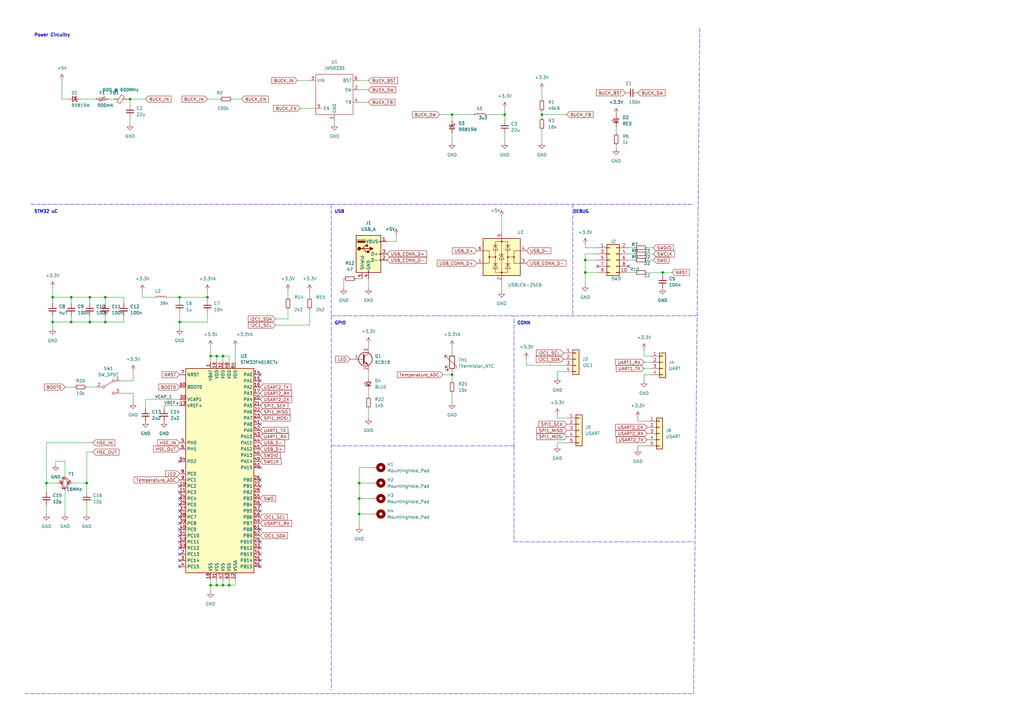
<source format=kicad_sch>
(kicad_sch (version 20211123) (generator eeschema)
  (paper "A3")
  (junction (at 35.56 198.12))
  (junction (at 91.44 146.05))
  (junction (at 21.59 121.92))
  (junction (at 86.36 146.05))
  (junction (at 185.42 46.99))
  (junction (at 73.66 121.92))
  (junction (at 73.66 132.08))
  (junction (at 271.78 111.76))
  (junction (at 240.03 111.76))
  (junction (at 185.42 153.67))
  (junction (at 91.44 240.03))
  (junction (at 88.9 240.03))
  (junction (at 88.9 146.05))
  (junction (at 147.32 210.82))
  (junction (at 222.25 46.99))
  (junction (at 36.83 121.92))
  (junction (at 21.59 132.08))
  (junction (at 43.18 132.08))
  (junction (at 43.18 121.92))
  (junction (at 36.83 132.08))
  (junction (at 53.34 40.64))
  (junction (at 240.03 106.68))
  (junction (at 147.32 198.12))
  (junction (at 86.36 240.03))
  (junction (at 147.32 204.47))
  (junction (at 85.09 121.92))
  (junction (at 93.98 240.03))
  (junction (at 29.21 132.08))
  (junction (at 19.05 198.12))
  (junction (at 207.01 46.99))
  (junction (at 29.21 121.92))
  (no_connect (at 106.68 217.17))
  (no_connect (at 73.66 207.01))
  (no_connect (at 73.66 224.79))
  (no_connect (at 73.66 204.47))
  (no_connect (at 73.66 222.25))
  (no_connect (at 73.66 214.63))
  (no_connect (at 73.66 227.33))
  (no_connect (at 106.68 199.39))
  (no_connect (at 73.66 199.39))
  (no_connect (at 73.66 189.23))
  (no_connect (at 73.66 201.93))
  (no_connect (at 73.66 229.87))
  (no_connect (at 73.66 212.09))
  (no_connect (at 106.68 222.25))
  (no_connect (at 106.68 224.79))
  (no_connect (at 106.68 227.33))
  (no_connect (at 106.68 229.87))
  (no_connect (at 106.68 232.41))
  (no_connect (at 106.68 173.99))
  (no_connect (at 106.68 191.77))
  (no_connect (at 245.11 109.22))
  (no_connect (at 73.66 232.41))
  (no_connect (at 106.68 209.55))
  (no_connect (at 257.81 109.22))
  (no_connect (at 73.66 217.17))
  (no_connect (at 73.66 209.55))
  (no_connect (at 106.68 196.85))
  (no_connect (at 106.68 207.01))
  (no_connect (at 106.68 153.67))
  (no_connect (at 106.68 156.21))
  (no_connect (at 73.66 219.71))
  (wire (pts (xy 36.83 121.92) (xy 29.21 121.92)))
  (wire (pts (xy 265.43 111.76) (xy 271.78 111.76)))
  (wire (pts (xy 44.45 40.64) (xy 46.99 40.64)))
  (wire (pts (xy 35.56 198.12) (xy 35.56 201.93)))
  (wire (pts (xy 91.44 237.49) (xy 91.44 240.03)))
  (wire (pts (xy 19.05 181.61) (xy 19.05 198.12)))
  (wire (pts (xy 185.42 46.99) (xy 180.34 46.99)))
  (wire (pts (xy 96.52 237.49) (xy 96.52 240.03)))
  (wire (pts (xy 147.32 215.9) (xy 147.32 210.82)))
  (wire (pts (xy 29.21 121.92) (xy 29.21 124.46)))
  (wire (pts (xy 240.03 101.6) (xy 240.03 100.33)))
  (wire (pts (xy 85.09 128.27) (xy 85.09 132.08)))
  (wire (pts (xy 151.13 140.97) (xy 151.13 142.24)))
  (polyline (pts (xy 135.89 129.54) (xy 285.75 129.54)))
  (wire (pts (xy 73.66 121.92) (xy 85.09 121.92)))
  (wire (pts (xy 185.42 54.61) (xy 185.42 58.42)))
  (wire (pts (xy 21.59 132.08) (xy 21.59 134.62)))
  (wire (pts (xy 228.6 152.4) (xy 228.6 154.94)))
  (wire (pts (xy 21.59 118.11) (xy 21.59 121.92)))
  (wire (pts (xy 147.32 204.47) (xy 152.4 204.47)))
  (wire (pts (xy 261.62 172.72) (xy 265.43 172.72)))
  (wire (pts (xy 215.9 149.86) (xy 215.9 147.32)))
  (wire (pts (xy 207.01 44.45) (xy 207.01 46.99)))
  (wire (pts (xy 228.6 171.45) (xy 232.41 171.45)))
  (wire (pts (xy 43.18 129.54) (xy 43.18 132.08)))
  (wire (pts (xy 264.16 146.05) (xy 264.16 143.51)))
  (wire (pts (xy 240.03 111.76) (xy 240.03 116.84)))
  (wire (pts (xy 245.11 104.14) (xy 240.03 104.14)))
  (polyline (pts (xy 135.89 83.82) (xy 135.89 283.21)))
  (wire (pts (xy 53.34 40.64) (xy 53.34 43.18)))
  (wire (pts (xy 261.62 182.88) (xy 261.62 184.15)))
  (wire (pts (xy 86.36 146.05) (xy 86.36 148.59)))
  (wire (pts (xy 257.81 106.68) (xy 260.35 106.68)))
  (wire (pts (xy 252.73 59.69) (xy 252.73 60.96)))
  (wire (pts (xy 33.02 40.64) (xy 39.37 40.64)))
  (wire (pts (xy 265.43 104.14) (xy 267.97 104.14)))
  (polyline (pts (xy 12.7 83.82) (xy 135.89 83.82)))
  (wire (pts (xy 240.03 111.76) (xy 240.03 106.68)))
  (wire (pts (xy 43.18 121.92) (xy 36.83 121.92)))
  (wire (pts (xy 53.34 40.64) (xy 59.69 40.64)))
  (wire (pts (xy 127 127) (xy 127 133.35)))
  (wire (pts (xy 185.42 153.67) (xy 185.42 156.21)))
  (wire (pts (xy 19.05 198.12) (xy 19.05 201.93)))
  (wire (pts (xy 27.94 40.64) (xy 25.4 40.64)))
  (wire (pts (xy 199.39 46.99) (xy 207.01 46.99)))
  (wire (pts (xy 93.98 237.49) (xy 93.98 240.03)))
  (wire (pts (xy 158.75 99.06) (xy 162.56 99.06)))
  (wire (pts (xy 222.25 36.83) (xy 222.25 40.64)))
  (wire (pts (xy 151.13 167.64) (xy 151.13 171.45)))
  (wire (pts (xy 21.59 129.54) (xy 21.59 132.08)))
  (wire (pts (xy 58.42 119.38) (xy 58.42 121.92)))
  (wire (pts (xy 264.16 153.67) (xy 264.16 156.21)))
  (wire (pts (xy 121.92 33.02) (xy 127 33.02)))
  (wire (pts (xy 35.56 185.42) (xy 35.56 198.12)))
  (wire (pts (xy 85.09 121.92) (xy 85.09 123.19)))
  (wire (pts (xy 264.16 148.59) (xy 266.7 148.59)))
  (wire (pts (xy 222.25 53.34) (xy 222.25 58.42)))
  (wire (pts (xy 50.8 129.54) (xy 50.8 132.08)))
  (wire (pts (xy 265.43 101.6) (xy 267.97 101.6)))
  (wire (pts (xy 91.44 146.05) (xy 93.98 146.05)))
  (wire (pts (xy 147.32 33.02) (xy 151.13 33.02)))
  (wire (pts (xy 73.66 163.83) (xy 59.69 163.83)))
  (wire (pts (xy 73.66 166.37) (xy 67.31 166.37)))
  (wire (pts (xy 127 133.35) (xy 113.03 133.35)))
  (wire (pts (xy 53.34 48.26) (xy 53.34 50.8)))
  (wire (pts (xy 222.25 45.72) (xy 222.25 46.99)))
  (wire (pts (xy 185.42 142.24) (xy 185.42 144.78)))
  (wire (pts (xy 50.8 121.92) (xy 43.18 121.92)))
  (wire (pts (xy 29.21 129.54) (xy 29.21 132.08)))
  (wire (pts (xy 19.05 207.01) (xy 19.05 210.82)))
  (wire (pts (xy 26.67 189.23) (xy 22.86 189.23)))
  (wire (pts (xy 24.13 198.12) (xy 19.05 198.12)))
  (wire (pts (xy 266.7 153.67) (xy 264.16 153.67)))
  (wire (pts (xy 271.78 111.76) (xy 271.78 113.03)))
  (wire (pts (xy 228.6 181.61) (xy 228.6 182.88)))
  (wire (pts (xy 240.03 106.68) (xy 245.11 106.68)))
  (wire (pts (xy 88.9 146.05) (xy 91.44 146.05)))
  (wire (pts (xy 151.13 152.4) (xy 151.13 154.94)))
  (wire (pts (xy 54.61 165.1) (xy 54.61 161.29)))
  (wire (pts (xy 43.18 132.08) (xy 36.83 132.08)))
  (wire (pts (xy 29.21 132.08) (xy 21.59 132.08)))
  (wire (pts (xy 245.11 101.6) (xy 240.03 101.6)))
  (wire (pts (xy 86.36 146.05) (xy 88.9 146.05)))
  (wire (pts (xy 96.52 142.24) (xy 96.52 148.59)))
  (wire (pts (xy 185.42 49.53) (xy 185.42 46.99)))
  (wire (pts (xy 147.32 41.91) (xy 151.13 41.91)))
  (wire (pts (xy 265.43 106.68) (xy 267.97 106.68)))
  (wire (pts (xy 86.36 142.24) (xy 86.36 146.05)))
  (wire (pts (xy 264.16 151.13) (xy 266.7 151.13)))
  (wire (pts (xy 215.9 149.86) (xy 231.14 149.86)))
  (wire (pts (xy 35.56 207.01) (xy 35.56 210.82)))
  (wire (pts (xy 36.83 132.08) (xy 29.21 132.08)))
  (wire (pts (xy 147.32 191.77) (xy 147.32 198.12)))
  (polyline (pts (xy 135.89 182.88) (xy 210.82 182.88)))
  (wire (pts (xy 50.8 132.08) (xy 43.18 132.08)))
  (polyline (pts (xy 210.82 182.88) (xy 210.82 129.54)))
  (wire (pts (xy 207.01 46.99) (xy 207.01 49.53)))
  (wire (pts (xy 59.69 163.83) (xy 59.69 167.64)))
  (wire (pts (xy 222.25 46.99) (xy 232.41 46.99)))
  (wire (pts (xy 68.58 121.92) (xy 73.66 121.92)))
  (wire (pts (xy 140.97 114.3) (xy 140.97 118.11)))
  (wire (pts (xy 240.03 104.14) (xy 240.03 106.68)))
  (wire (pts (xy 245.11 111.76) (xy 240.03 111.76)))
  (wire (pts (xy 205.74 115.57) (xy 205.74 119.38)))
  (wire (pts (xy 151.13 114.3) (xy 151.13 118.11)))
  (wire (pts (xy 148.59 114.3) (xy 146.05 114.3)))
  (wire (pts (xy 43.18 121.92) (xy 43.18 124.46)))
  (wire (pts (xy 185.42 161.29) (xy 185.42 165.1)))
  (wire (pts (xy 271.78 111.76) (xy 275.59 111.76)))
  (wire (pts (xy 137.16 49.53) (xy 137.16 50.8)))
  (wire (pts (xy 91.44 240.03) (xy 93.98 240.03)))
  (wire (pts (xy 73.66 132.08) (xy 85.09 132.08)))
  (wire (pts (xy 147.32 198.12) (xy 152.4 198.12)))
  (wire (pts (xy 67.31 166.37) (xy 67.31 167.64)))
  (wire (pts (xy 127 119.38) (xy 127 121.92)))
  (wire (pts (xy 252.73 52.07) (xy 252.73 54.61)))
  (wire (pts (xy 38.1 185.42) (xy 35.56 185.42)))
  (wire (pts (xy 185.42 152.4) (xy 185.42 153.67)))
  (wire (pts (xy 73.66 128.27) (xy 73.66 132.08)))
  (wire (pts (xy 93.98 240.03) (xy 96.52 240.03)))
  (wire (pts (xy 231.14 152.4) (xy 228.6 152.4)))
  (polyline (pts (xy 135.89 83.82) (xy 284.48 83.82)))
  (wire (pts (xy 54.61 156.21) (xy 54.61 152.4)))
  (wire (pts (xy 113.03 130.81) (xy 118.11 130.81)))
  (wire (pts (xy 118.11 130.81) (xy 118.11 127)))
  (wire (pts (xy 73.66 121.92) (xy 73.66 123.19)))
  (wire (pts (xy 257.81 104.14) (xy 260.35 104.14)))
  (wire (pts (xy 86.36 237.49) (xy 86.36 240.03)))
  (wire (pts (xy 88.9 146.05) (xy 88.9 148.59)))
  (wire (pts (xy 93.98 146.05) (xy 93.98 148.59)))
  (wire (pts (xy 85.09 119.38) (xy 85.09 121.92)))
  (wire (pts (xy 147.32 204.47) (xy 147.32 210.82)))
  (polyline (pts (xy 287.02 11.43) (xy 284.48 284.48)))
  (wire (pts (xy 58.42 121.92) (xy 63.5 121.92)))
  (wire (pts (xy 49.53 156.21) (xy 54.61 156.21)))
  (wire (pts (xy 257.81 111.76) (xy 260.35 111.76)))
  (wire (pts (xy 118.11 119.38) (xy 118.11 121.92)))
  (wire (pts (xy 261.62 171.45) (xy 261.62 172.72)))
  (wire (pts (xy 266.7 146.05) (xy 264.16 146.05)))
  (wire (pts (xy 147.32 36.83) (xy 151.13 36.83)))
  (wire (pts (xy 185.42 46.99) (xy 194.31 46.99)))
  (wire (pts (xy 151.13 160.02) (xy 151.13 162.56)))
  (wire (pts (xy 147.32 210.82) (xy 152.4 210.82)))
  (wire (pts (xy 21.59 121.92) (xy 21.59 124.46)))
  (wire (pts (xy 38.1 181.61) (xy 19.05 181.61)))
  (wire (pts (xy 181.61 153.67) (xy 185.42 153.67)))
  (wire (pts (xy 147.32 198.12) (xy 147.32 204.47)))
  (wire (pts (xy 26.67 195.58) (xy 26.67 189.23)))
  (wire (pts (xy 205.74 88.9) (xy 205.74 95.25)))
  (polyline (pts (xy 234.95 83.82) (xy 234.95 129.54)))
  (wire (pts (xy 35.56 158.75) (xy 39.37 158.75)))
  (wire (pts (xy 36.83 121.92) (xy 36.83 124.46)))
  (wire (pts (xy 36.83 129.54) (xy 36.83 132.08)))
  (wire (pts (xy 162.56 99.06) (xy 162.56 96.52)))
  (polyline (pts (xy 10.16 284.48) (xy 284.48 284.48)))
  (wire (pts (xy 52.07 40.64) (xy 53.34 40.64)))
  (wire (pts (xy 222.25 46.99) (xy 222.25 48.26)))
  (wire (pts (xy 29.21 198.12) (xy 35.56 198.12)))
  (wire (pts (xy 228.6 170.18) (xy 228.6 171.45)))
  (wire (pts (xy 91.44 146.05) (xy 91.44 148.59)))
  (wire (pts (xy 73.66 132.08) (xy 73.66 134.62)))
  (wire (pts (xy 265.43 182.88) (xy 261.62 182.88)))
  (wire (pts (xy 207.01 54.61) (xy 207.01 58.42)))
  (wire (pts (xy 50.8 124.46) (xy 50.8 121.92)))
  (wire (pts (xy 29.21 121.92) (xy 21.59 121.92)))
  (polyline (pts (xy 210.82 222.25) (xy 284.48 222.25)))
  (wire (pts (xy 232.41 181.61) (xy 228.6 181.61)))
  (wire (pts (xy 26.67 158.75) (xy 30.48 158.75)))
  (wire (pts (xy 22.86 189.23) (xy 22.86 190.5)))
  (wire (pts (xy 54.61 161.29) (xy 49.53 161.29)))
  (wire (pts (xy 88.9 237.49) (xy 88.9 240.03)))
  (wire (pts (xy 88.9 240.03) (xy 86.36 240.03)))
  (wire (pts (xy 257.81 101.6) (xy 260.35 101.6)))
  (wire (pts (xy 99.06 40.64) (xy 95.25 40.64)))
  (wire (pts (xy 123.19 44.45) (xy 129.54 44.45)))
  (polyline (pts (xy 210.82 182.88) (xy 210.82 222.25)))
  (wire (pts (xy 26.67 200.66) (xy 26.67 210.82)))
  (wire (pts (xy 85.09 40.64) (xy 90.17 40.64)))
  (wire (pts (xy 88.9 240.03) (xy 91.44 240.03)))
  (wire (pts (xy 86.36 240.03) (xy 86.36 242.57)))
  (wire (pts (xy 152.4 191.77) (xy 147.32 191.77)))
  (wire (pts (xy 25.4 40.64) (xy 25.4 33.02)))
  (text "GPIO\n" (at 137.16 133.35 0) (effects (font (size 1.27 1.27) bold) (justify left bottom)))
  (text "STM32 uC" (at 13.97 87.63 0) (effects (font (size 1.27 1.27) (thickness 0.254) bold) (justify left bottom)))
  (text "Power Circuitry\n" (at 13.97 15.24 0) (effects (font (size 1.27 1.27) bold) (justify left bottom)))
  (text "USB\n" (at 137.16 87.63 0) (effects (font (size 1.27 1.27) bold) (justify left bottom)))
  (text "DEBUG\n" (at 234.95 87.63 0) (effects (font (size 1.27 1.27) bold) (justify left bottom)))
  (text "CONN\n" (at 212.09 133.35 0) (effects (font (size 1.27 1.27) bold) (justify left bottom)))
  (label "VCAP_1" (at 63.5 163.83 0))
  (label "VREF+" (at 67.31 166.37 0))
  (global_label "BUCK_EN" (shape input) (at 123.19 44.45 180) (property "Intersheet References" "${INTERSHEET_REFS}" (effects hide)))
  (global_label "NRST" (shape input) (at 275.59 111.76 0) (property "Intersheet References" "${INTERSHEET_REFS}" (effects hide)))
  (global_label "BUCK_FB" (shape input) (at 151.13 41.91 0) (property "Intersheet References" "${INTERSHEET_REFS}" (effects hide)))
  (global_label "NRST" (shape input) (at 73.66 153.67 180) (property "Intersheet References" "${INTERSHEET_REFS}" (effects hide)))
  (global_label "USB_D-" (shape input) (at 106.68 181.61 0) (property "Intersheet References" "${INTERSHEET_REFS}" (effects hide)))
  (global_label "UART1_RX" (shape input) (at 264.16 148.59 180) (property "Intersheet References" "${INTERSHEET_REFS}" (effects hide)))
  (global_label "USB_CONN_D+" (shape input) (at 195.58 107.95 180) (property "Intersheet References" "${INTERSHEET_REFS}" (effects hide)))
  (global_label "SWCLK" (shape input) (at 267.97 104.14 0) (property "Intersheet References" "${INTERSHEET_REFS}" (effects hide)))
  (global_label "BUCK_FB" (shape input) (at 232.41 46.99 0) (property "Intersheet References" "${INTERSHEET_REFS}" (effects hide)))
  (global_label "SPI1_SCK" (shape input) (at 106.68 166.37 0) (property "Intersheet References" "${INTERSHEET_REFS}" (effects hide)))
  (global_label "USB_D+" (shape input) (at 195.58 102.87 180) (property "Intersheet References" "${INTERSHEET_REFS}" (effects hide)))
  (global_label "Temperature_ADC" (shape input) (at 181.61 153.67 180) (property "Intersheet References" "${INTERSHEET_REFS}" (effects hide)))
  (global_label "I2C1_SCL" (shape input) (at 231.14 144.78 180) (property "Intersheet References" "${INTERSHEET_REFS}" (effects hide)))
  (global_label "USART1_RX" (shape input) (at 106.68 214.63 0) (property "Intersheet References" "${INTERSHEET_REFS}" (effects hide)))
  (global_label "USB_CONN_D+" (shape input) (at 158.75 104.14 0) (property "Intersheet References" "${INTERSHEET_REFS}" (effects hide)))
  (global_label "BOOT0" (shape input) (at 73.66 158.75 180) (property "Intersheet References" "${INTERSHEET_REFS}" (effects hide)))
  (global_label "LED" (shape input) (at 73.66 194.31 180) (property "Intersheet References" "${INTERSHEET_REFS}" (effects hide)))
  (global_label "USART2_RX" (shape input) (at 106.68 161.29 0) (property "Intersheet References" "${INTERSHEET_REFS}" (effects hide)))
  (global_label "SPI1_MISO" (shape input) (at 232.41 176.53 180) (property "Intersheet References" "${INTERSHEET_REFS}" (effects hide)))
  (global_label "SWCLK" (shape input) (at 106.68 189.23 0) (property "Intersheet References" "${INTERSHEET_REFS}" (effects hide)))
  (global_label "I2C1_SCL" (shape input) (at 113.03 133.35 180) (property "Intersheet References" "${INTERSHEET_REFS}" (effects hide)))
  (global_label "SPI1_MOSI" (shape input) (at 106.68 171.45 0) (property "Intersheet References" "${INTERSHEET_REFS}" (effects hide)))
  (global_label "BOOT0" (shape input) (at 26.67 158.75 180) (property "Intersheet References" "${INTERSHEET_REFS}" (effects hide)))
  (global_label "USART2_RX" (shape input) (at 265.43 177.8 180) (property "Intersheet References" "${INTERSHEET_REFS}" (effects hide)))
  (global_label "UART1_TX" (shape input) (at 264.16 151.13 180) (property "Intersheet References" "${INTERSHEET_REFS}" (effects hide)))
  (global_label "SPI1_MOSI" (shape input) (at 232.41 179.07 180) (property "Intersheet References" "${INTERSHEET_REFS}" (effects hide)))
  (global_label "USART2_CK" (shape input) (at 265.43 175.26 180) (property "Intersheet References" "${INTERSHEET_REFS}" (effects hide)))
  (global_label "USART2_TX" (shape input) (at 265.43 180.34 180) (property "Intersheet References" "${INTERSHEET_REFS}" (effects hide)))
  (global_label "HSE_OUT" (shape input) (at 73.66 184.15 180) (property "Intersheet References" "${INTERSHEET_REFS}" (effects hide)))
  (global_label "BUCK_BST" (shape input) (at 151.13 33.02 0) (property "Intersheet References" "${INTERSHEET_REFS}" (effects hide)))
  (global_label "USART2_TX" (shape input) (at 106.68 158.75 0) (property "Intersheet References" "${INTERSHEET_REFS}" (effects hide)))
  (global_label "USB_CONN_D-" (shape input) (at 215.9 107.95 0) (property "Intersheet References" "${INTERSHEET_REFS}" (effects hide)))
  (global_label "BUCK_IN" (shape input) (at 121.92 33.02 180) (property "Intersheet References" "${INTERSHEET_REFS}" (effects hide)))
  (global_label "SWO" (shape input) (at 106.68 204.47 0) (property "Intersheet References" "${INTERSHEET_REFS}" (effects hide)))
  (global_label "HSE_OUT" (shape input) (at 38.1 185.42 0) (property "Intersheet References" "${INTERSHEET_REFS}" (effects hide)))
  (global_label "BUCK_BST" (shape input) (at 256.54 38.1 180) (property "Intersheet References" "${INTERSHEET_REFS}" (effects hide)))
  (global_label "SPI1_SCK" (shape input) (at 232.41 173.99 180) (property "Intersheet References" "${INTERSHEET_REFS}" (effects hide)))
  (global_label "I2C1_SDA" (shape input) (at 231.14 147.32 180) (property "Intersheet References" "${INTERSHEET_REFS}" (effects hide)))
  (global_label "USB_D-" (shape input) (at 215.9 102.87 0) (property "Intersheet References" "${INTERSHEET_REFS}" (effects hide)))
  (global_label "BUCK_SW" (shape input) (at 261.62 38.1 0) (property "Intersheet References" "${INTERSHEET_REFS}" (effects hide)))
  (global_label "BUCK_IN" (shape input) (at 59.69 40.64 0) (property "Intersheet References" "${INTERSHEET_REFS}" (effects hide)))
  (global_label "SWDIO" (shape input) (at 267.97 101.6 0) (property "Intersheet References" "${INTERSHEET_REFS}" (effects hide)))
  (global_label "I2C1_SCL" (shape input) (at 106.68 212.09 0) (property "Intersheet References" "${INTERSHEET_REFS}" (effects hide)))
  (global_label "HSE_IN" (shape input) (at 38.1 181.61 0) (property "Intersheet References" "${INTERSHEET_REFS}" (effects hide)))
  (global_label "I2C1_SDA" (shape input) (at 106.68 219.71 0) (property "Intersheet References" "${INTERSHEET_REFS}" (effects hide)))
  (global_label "SWDIO" (shape input) (at 106.68 186.69 0) (property "Intersheet References" "${INTERSHEET_REFS}" (effects hide)))
  (global_label "I2C1_SDA" (shape input) (at 113.03 130.81 180) (property "Intersheet References" "${INTERSHEET_REFS}" (effects hide)))
  (global_label "Temperature_ADC" (shape input) (at 73.66 196.85 180) (property "Intersheet References" "${INTERSHEET_REFS}" (effects hide)))
  (global_label "USART2_CK" (shape input) (at 106.68 163.83 0) (property "Intersheet References" "${INTERSHEET_REFS}" (effects hide)))
  (global_label "BUCK_SW" (shape input) (at 180.34 46.99 180) (property "Intersheet References" "${INTERSHEET_REFS}" (effects hide)))
  (global_label "UART1_RX" (shape input) (at 106.68 179.07 0) (property "Intersheet References" "${INTERSHEET_REFS}" (effects hide)))
  (global_label "USB_CONN_D-" (shape input) (at 158.75 106.68 0) (property "Intersheet References" "${INTERSHEET_REFS}" (effects hide)))
  (global_label "SPI1_MISO" (shape input) (at 106.68 168.91 0) (property "Intersheet References" "${INTERSHEET_REFS}" (effects hide)))
  (global_label "HSE_IN" (shape input) (at 73.66 181.61 180) (property "Intersheet References" "${INTERSHEET_REFS}" (effects hide)))
  (global_label "UART1_TX" (shape input) (at 106.68 176.53 0) (property "Intersheet References" "${INTERSHEET_REFS}" (effects hide)))
  (global_label "BUCK_SW" (shape input) (at 151.13 36.83 0) (property "Intersheet References" "${INTERSHEET_REFS}" (effects hide)))
  (global_label "SWO" (shape input) (at 267.97 106.68 0) (property "Intersheet References" "${INTERSHEET_REFS}" (effects hide)))
  (global_label "BUCK_EN" (shape input) (at 99.06 40.64 0) (property "Intersheet References" "${INTERSHEET_REFS}" (effects hide)))
  (global_label "LED" (shape input) (at 143.51 147.32 180) (property "Intersheet References" "${INTERSHEET_REFS}" (effects hide)))
  (global_label "BUCK_IN" (shape input) (at 85.09 40.64 180) (property "Intersheet References" "${INTERSHEET_REFS}" (effects hide)))
  (global_label "USB_D+" (shape input) (at 106.68 184.15 0) (property "Intersheet References" "${INTERSHEET_REFS}" (effects hide)))
  (symbol (lib_id "Switch:SW_SPDT") (at 44.45 158.75 0) (unit 1)
    (property "Reference" "SW1" (at 44.45 151.13 0))
    (property "Value" "SW_SPDT" (at 44.45 153.67 0))
    (property "Footprint" "Button_Switch_SMD:SW_SPDT_PCM12" (effects hide))
    (property "LCSC Part #" "C319019" (effects hide))
  )
  (symbol (lib_id "power:GND") (at 54.61 165.1 0) (unit 1)
    (property "Reference" "#PWR0139" (effects hide))
    (property "Value" "GND" (at 54.61 170.18 0))
  )
  (symbol (lib_id "power:GND") (at 147.32 215.9 0) (unit 1)
    (property "Reference" "#PWR0138" (effects hide))
    (property "Value" "GND" (at 147.32 220.98 0))
  )
  (symbol (lib_id "Device:R_Small") (at 143.51 114.3 90) (unit 1)
    (property "Reference" "R12" (at 143.51 107.95 90))
    (property "Value" "47" (at 143.51 110.49 90))
    (property "Footprint" "Resistor_SMD:R_0603_1608Metric" (effects hide))
    (property "LCSC Part #" "C23182" (effects hide))
  )
  (symbol (lib_id "power:GND") (at 228.6 154.94 0) (unit 1)
    (property "Reference" "#PWR0128" (effects hide))
    (property "Value" "GND" (at 228.6 160.02 0))
  )
  (symbol (lib_id "Device:R_Small") (at 33.02 158.75 270) (unit 1)
    (property "Reference" "R20" (at 33.02 156.21 90))
    (property "Value" "10k" (at 33.02 161.29 90))
    (property "Footprint" "Resistor_SMD:R_0402_1005Metric" (effects hide))
    (property "LCSC Part #" "C25744" (effects hide))
  )
  (symbol (lib_id "power:GND") (at 53.34 50.8 0) (unit 1)
    (property "Reference" "#PWR0150" (effects hide))
    (property "Value" "GND" (at 53.34 55.88 0))
  )
  (symbol (lib_id "Connector_Generic:Conn_02x05_Odd_Even") (at 250.19 106.68 0) (unit 1)
    (property "Reference" "J2" (at 251.46 99.06 0))
    (property "Value" "SWD" (at 252.73 114.3 0))
    (property "Footprint" "Connector_PinSocket_1.27mm:PinSocket_2x05_P1.27mm_Vertical_SMD" (effects hide))
  )
  (symbol (lib_id "power:+3.3V") (at 151.13 140.97 0) (unit 1)
    (property "Reference" "#PWR0153" (effects hide))
    (property "Value" "+3.3V" (at 151.13 135.89 0))
  )
  (symbol (lib_id "power:+3.3V") (at 207.01 44.45 0) (unit 1)
    (property "Reference" "#PWR0119" (effects hide))
    (property "Value" "+3.3V" (at 207.01 39.37 0))
  )
  (symbol (lib_id "Device:C_Small") (at 29.21 127 0) (unit 1)
    (property "Reference" "C9" (at 31.75 125.7362 0) (effects (justify left)))
    (property "Value" "100n" (at 31.75 128.2762 0) (effects (justify left)))
    (property "Footprint" "Capacitor_SMD:C_0603_1608Metric" (effects hide))
    (property "LCSC Part #" "C14663" (effects hide))
  )
  (symbol (lib_id "power:+3.3V") (at 222.25 36.83 0) (unit 1)
    (property "Reference" "#PWR0118" (effects hide))
    (property "Value" "+3.3V" (at 222.25 31.75 0))
  )
  (symbol (lib_id "power:+5V") (at 162.56 96.52 0) (unit 1)
    (property "Reference" "#PWR0158" (effects hide))
    (property "Value" "+5V" (at 160.02 93.98 0))
  )
  (symbol (lib_id "power:+3.3V") (at 252.73 46.99 0) (unit 1)
    (property "Reference" "#PWR0123" (effects hide))
    (property "Value" "+3.3V" (at 252.73 41.91 0))
  )
  (symbol (lib_id "Device:Thermistor_NTC") (at 185.42 148.59 0) (unit 1)
    (property "Reference" "TH1" (at 187.96 147.6374 0) (effects (justify left)))
    (property "Value" "Thermistor_NTC" (at 187.96 150.1774 0) (effects (justify left)))
    (property "Footprint" "Resistor_SMD:R_0603_1608Metric" (effects hide))
    (property "LCSC Part #" "C13564" (effects hide))
  )
  (symbol (lib_id "Buck_Boost_Regulators_Can_KiCad:JW5033S") (at 137.16 40.64 0) (unit 1)
    (property "Reference" "U1" (at 137.16 25.4 0))
    (property "Value" "JW5033S" (at 137.16 27.94 0))
    (property "Footprint" "Package_TO_SOT_SMD:SOT-23-6" (effects hide))
  )
  (symbol (lib_id "power:GND") (at 185.42 58.42 0) (unit 1)
    (property "Reference" "#PWR0159" (effects hide))
    (property "Value" "GND" (at 185.42 63.5 0))
  )
  (symbol (lib_id "power:+3.3V") (at 21.59 118.11 0) (unit 1)
    (property "Reference" "#PWR0145" (effects hide))
    (property "Value" "+3.3V" (at 21.59 113.03 0))
  )
  (symbol (lib_id "power:+5V") (at 25.4 33.02 0) (unit 1)
    (property "Reference" "#PWR0149" (effects hide))
    (property "Value" "+5V" (at 25.4 27.94 0))
  )
  (symbol (lib_id "power:GND") (at 21.59 134.62 0) (unit 1)
    (property "Reference" "#PWR0142" (effects hide))
    (property "Value" "GND" (at 21.59 139.7 0))
  )
  (symbol (lib_id "power:GND") (at 22.86 190.5 0) (unit 1)
    (property "Reference" "#PWR0137" (effects hide))
    (property "Value" "GND" (at 22.86 195.58 0))
  )
  (symbol (lib_id "power:GND") (at 86.36 242.57 0) (unit 1)
    (property "Reference" "#PWR0135" (effects hide))
    (property "Value" "GND" (at 86.36 247.65 0))
  )
  (symbol (lib_id "Device:L_Small") (at 66.04 121.92 90) (unit 1)
    (property "Reference" "L2" (at 64.77 119.38 90))
    (property "Value" "39n" (at 67.31 124.46 90))
    (property "Footprint" "Inductor_SMD:L_0402_1005Metric" (effects hide))
    (property "LCSC Part #" "C26443" (effects hide))
  )
  (symbol (lib_id "Connector:USB_A") (at 151.13 104.14 0) (unit 1)
    (property "Reference" "J1" (at 151.13 91.44 0))
    (property "Value" "USB_A" (at 151.13 93.98 0))
    (property "Footprint" "Connector_USB:USB_A_CNCTech_1001-011-01101_Horizontal" (effects hide))
    (property "Datasheet" " ~" (effects hide))
    (property "LCSC Part #" "C319178 " (effects hide))
  )
  (symbol (lib_id "Mechanical:MountingHole_Pad") (at 154.94 210.82 270) (unit 1)
    (property "Reference" "H4" (at 158.75 209.5499 90) (effects (justify left)))
    (property "Value" "MountingHole_Pad" (at 158.75 212.0899 90) (effects (justify left)))
    (property "Footprint" "MountingHole:MountingHole_4.3mm_M4_Pad_Via" (effects hide))
  )
  (symbol (lib_id "Connector_Generic:Conn_01x05") (at 237.49 176.53 0) (unit 1)
    (property "Reference" "J5" (at 240.03 175.2599 0) (effects (justify left)))
    (property "Value" "USART" (at 240.03 177.7999 0) (effects (justify left)))
    (property "Footprint" "Connector_PinHeader_2.54mm:PinHeader_1x05_P2.54mm_Vertical" (effects hide))
  )
  (symbol (lib_id "Device:R_Small") (at 118.11 124.46 0) (unit 1)
    (property "Reference" "R14" (at 120.65 121.92 0) (effects (justify left)))
    (property "Value" "2k2" (at 120.65 127 0) (effects (justify left)))
    (property "Footprint" "Resistor_SMD:R_0603_1608Metric" (effects hide))
    (property "LCSC Part #" "C4190" (effects hide))
  )
  (symbol (lib_id "power:GND") (at 185.42 165.1 0) (unit 1)
    (property "Reference" "#PWR0155" (effects hide))
    (property "Value" "GND" (at 185.42 170.18 0))
  )
  (symbol (lib_id "power:GND") (at 19.05 210.82 0) (unit 1)
    (property "Reference" "#PWR0134" (effects hide))
    (property "Value" "GND" (at 19.05 215.9 0))
  )
  (symbol (lib_id "Device:C_Small") (at 259.08 38.1 270) (unit 1)
    (property "Reference" "C1" (at 257.81 34.29 90))
    (property "Value" "100n" (at 260.35 41.91 90))
    (property "Footprint" "Capacitor_SMD:C_0402_1005Metric" (effects hide))
    (property "LCSC Part #" "C15195" (effects hide))
  )
  (symbol (lib_id "power:GND") (at 228.6 182.88 0) (unit 1)
    (property "Reference" "#PWR02" (effects hide))
    (property "Value" "GND" (at 228.6 187.96 0))
  )
  (symbol (lib_id "Device:R_Small") (at 92.71 40.64 270) (unit 1)
    (property "Reference" "R2" (at 91.4399 38.1 90) (effects (justify right)))
    (property "Value" "100k" (at 93.98 44.45 90) (effects (justify right)))
    (property "Footprint" "Resistor_SMD:R_0603_1608Metric" (effects hide))
    (property "LCSC Part #" "C25803" (effects hide))
  )
  (symbol (lib_id "power:GND") (at 207.01 58.42 0) (unit 1)
    (property "Reference" "#PWR0120" (effects hide))
    (property "Value" "GND" (at 207.01 63.5 0))
  )
  (symbol (lib_id "power:+3.3V") (at 261.62 171.45 0) (unit 1)
    (property "Reference" "#PWR0129" (effects hide))
    (property "Value" "+3.3V" (at 261.62 166.37 0))
  )
  (symbol (lib_id "power:+3.3V") (at 240.03 100.33 0) (unit 1)
    (property "Reference" "#PWR0124" (effects hide))
    (property "Value" "+3.3V" (at 240.03 95.25 0))
  )
  (symbol (lib_id "power:GND") (at 271.78 118.11 0) (unit 1)
    (property "Reference" "#PWR0111" (effects hide))
    (property "Value" "GND" (at 271.78 123.19 0))
  )
  (symbol (lib_id "Device:C_Small") (at 207.01 52.07 180) (unit 1)
    (property "Reference" "C3" (at 209.55 50.7935 0) (effects (justify right)))
    (property "Value" "22u" (at 209.55 53.3335 0) (effects (justify right)))
    (property "Footprint" "Capacitor_SMD:C_1206_3216Metric" (effects hide))
    (property "LCSC Part #" "C12891" (effects hide))
  )
  (symbol (lib_id "power:GND") (at 35.56 210.82 0) (unit 1)
    (property "Reference" "#PWR0132" (effects hide))
    (property "Value" "GND" (at 35.56 215.9 0))
  )
  (symbol (lib_id "MCU_ST_STM32F4:STM32F401RCTx") (at 91.44 191.77 0) (unit 1)
    (property "Reference" "U3" (at 98.5394 146.05 0) (effects (justify left)))
    (property "Value" "STM32F401RCTx" (at 98.5394 148.59 0) (effects (justify left)))
    (property "Footprint" "Package_QFP:LQFP-64_10x10mm_P0.5mm" (effects hide))
    (property "Datasheet" "http://www.st.com/st-web-ui/static/active/en/resource/technical/document/datasheet/DM00086815.pdf" (effects hide))
    (property "LCSC Part #" "C74524" (effects hide))
  )
  (symbol (lib_id "power:+3.3V") (at 118.11 119.38 0) (unit 1)
    (property "Reference" "#PWR0162" (effects hide))
    (property "Value" "+3.3V" (at 118.11 114.3 0))
  )
  (symbol (lib_id "power:+3.3V") (at 228.6 170.18 0) (unit 1)
    (property "Reference" "#PWR01" (effects hide))
    (property "Value" "+3.3V" (at 228.6 165.1 0))
  )
  (symbol (lib_id "power:GND") (at 151.13 171.45 0) (unit 1)
    (property "Reference" "#PWR0154" (effects hide))
    (property "Value" "GND" (at 151.13 176.53 0))
  )
  (symbol (lib_id "Device:FerriteBead_Small") (at 49.53 40.64 90) (unit 1)
    (property "Reference" "FB1" (at 46.99 38.1 90))
    (property "Value" "600 @ 600MHz" (at 49.4919 36.83 90))
    (property "Footprint" "Inductor_SMD:L_0805_2012Metric" (effects hide))
    (property "LCSC Part #" "C1017" (effects hide))
  )
  (symbol (lib_id "power:+3.3VA") (at 185.42 142.24 0) (unit 1)
    (property "Reference" "#PWR0156" (effects hide))
    (property "Value" "+3.3VA" (at 185.42 137.16 0))
  )
  (symbol (lib_id "power:GND") (at 140.97 118.11 0) (unit 1)
    (property "Reference" "#PWR0151" (effects hide))
    (property "Value" "GND" (at 140.97 123.19 0))
  )
  (symbol (lib_id "power:GND") (at 252.73 60.96 0) (unit 1)
    (property "Reference" "#PWR0122" (effects hide))
    (property "Value" "GND" (at 252.73 66.04 0))
  )
  (symbol (lib_id "Device:C_Small") (at 35.56 204.47 0) (unit 1)
    (property "Reference" "C16" (at 38.1 203.2062 0) (effects (justify left)))
    (property "Value" "12p" (at 38.1 205.7462 0) (effects (justify left)))
    (property "Footprint" "Capacitor_SMD:C_0402_1005Metric" (effects hide))
    (property "LCSC Part #" "C1547" (effects hide))
  )
  (symbol (lib_id "power:GND") (at 240.03 116.84 0) (unit 1)
    (property "Reference" "#PWR0127" (effects hide))
    (property "Value" "GND" (at 240.03 121.92 0))
  )
  (symbol (lib_id "Device:R_Small") (at 127 124.46 0) (unit 1)
    (property "Reference" "R15" (at 129.54 121.92 0) (effects (justify left)))
    (property "Value" "2k2" (at 129.54 127 0) (effects (justify left)))
    (property "Footprint" "Resistor_SMD:R_0603_1608Metric" (effects hide))
    (property "LCSC Part #" "C4190" (effects hide))
  )
  (symbol (lib_id "Device:R_Small") (at 222.25 50.8 180) (unit 1)
    (property "Reference" "R3" (at 224.79 49.5299 0) (effects (justify right)))
    (property "Value" "16k" (at 224.79 52.0699 0) (effects (justify right)))
    (property "Footprint" "Resistor_SMD:R_0603_1608Metric" (effects hide))
    (property "LCSC Part #" "C22809" (effects hide))
  )
  (symbol (lib_id "power:+3.3VA") (at 96.52 142.24 0) (unit 1)
    (property "Reference" "#PWR0160" (effects hide))
    (property "Value" "+3.3VA" (at 100.33 137.16 0))
  )
  (symbol (lib_id "power:GND") (at 222.25 58.42 0) (unit 1)
    (property "Reference" "#PWR0117" (effects hide))
    (property "Value" "GND" (at 222.25 63.5 0))
  )
  (symbol (lib_id "Mechanical:MountingHole_Pad") (at 154.94 198.12 270) (unit 1)
    (property "Reference" "H2" (at 158.75 196.8499 90) (effects (justify left)))
    (property "Value" "MountingHole_Pad" (at 158.75 199.3899 90) (effects (justify left)))
    (property "Footprint" "MountingHole:MountingHole_4.3mm_M4_Pad_Via" (effects hide))
  )
  (symbol (lib_id "Device:L_Small") (at 196.85 46.99 90) (unit 1)
    (property "Reference" "L1" (at 196.85 44.45 90))
    (property "Value" "3u3" (at 198.12 48.26 90))
    (property "Footprint" "Inductor_SMD:L_Sunlord_MWSA0518_5.4x5.2mm" (effects hide))
    (property "LCSC Part #" "C325963" (effects hide))
  )
  (symbol (lib_id "power:GND") (at 137.16 50.8 0) (unit 1)
    (property "Reference" "#PWR0101" (effects hide))
    (property "Value" "GND" (at 137.16 55.88 0))
  )
  (symbol (lib_id "Device:C_Small") (at 85.09 125.73 0) (unit 1)
    (property "Reference" "C7" (at 87.63 124.4662 0) (effects (justify left)))
    (property "Value" "10n" (at 87.63 127.0062 0) (effects (justify left)))
    (property "Footprint" "Capacitor_SMD:C_0402_1005Metric" (effects hide))
    (property "LCSC Part #" "C15195" (effects hide))
  )
  (symbol (lib_id "Mechanical:MountingHole_Pad") (at 154.94 191.77 270) (unit 1)
    (property "Reference" "H1" (at 158.75 190.4999 90) (effects (justify left)))
    (property "Value" "MountingHole_Pad" (at 158.75 193.0399 90) (effects (justify left)))
    (property "Footprint" "MountingHole:MountingHole_4.3mm_M4_Pad_Via" (effects hide))
  )
  (symbol (lib_id "Device:C_Small") (at 59.69 170.18 0) (unit 1)
    (property "Reference" "C13" (at 62.23 168.9162 0) (effects (justify left)))
    (property "Value" "2u2" (at 62.23 171.4562 0) (effects (justify left)))
    (property "Footprint" "Capacitor_SMD:C_0402_1005Metric" (effects hide))
    (property "LCSC Part #" "C12530" (effects hide))
  )
  (symbol (lib_id "power:+3.3V") (at 215.9 147.32 0) (unit 1)
    (property "Reference" "#PWR0130" (effects hide))
    (property "Value" "+3.3V" (at 215.9 142.24 0))
  )
  (symbol (lib_id "Device:C_Small") (at 50.8 127 0) (unit 1)
    (property "Reference" "C12" (at 53.34 125.7362 0) (effects (justify left)))
    (property "Value" "100n" (at 53.34 128.2762 0) (effects (justify left)))
    (property "Footprint" "Capacitor_SMD:C_0603_1608Metric" (effects hide))
    (property "LCSC Part #" "C14663" (effects hide))
  )
  (symbol (lib_id "Device:Crystal_GND24_Small") (at 26.67 198.12 0) (unit 1)
    (property "Reference" "Y1" (at 29.21 194.31 0))
    (property "Value" "16MHz" (at 30.48 200.66 0))
    (property "Footprint" "Crystal:Crystal_SMD_Abracon_ABM3B-4Pin_5.0x3.2mm" (effects hide))
    (property "LCSC Part #" "C13738" (effects hide))
  )
  (symbol (lib_id "Device:C_Small") (at 19.05 204.47 0) (unit 1)
    (property "Reference" "C15" (at 21.59 203.2062 0) (effects (justify left)))
    (property "Value" "12p" (at 21.59 205.7462 0) (effects (justify left)))
    (property "Footprint" "Capacitor_SMD:C_0402_1005Metric" (effects hide))
    (property "LCSC Part #" "C1547" (effects hide))
  )
  (symbol (lib_id "power:GND") (at 205.74 119.38 0) (unit 1)
    (property "Reference" "#PWR0126" (effects hide))
    (property "Value" "GND" (at 205.74 124.46 0))
  )
  (symbol (lib_id "Device:C_Small") (at 53.34 45.72 180) (unit 1)
    (property "Reference" "C2" (at 55.88 44.4435 0) (effects (justify right)))
    (property "Value" "22u" (at 55.88 46.9835 0) (effects (justify right)))
    (property "Footprint" "Capacitor_SMD:C_1206_3216Metric" (effects hide))
    (property "LCSC Part #" "C12891" (effects hide))
  )
  (symbol (lib_id "Connector_Generic:Conn_01x04") (at 236.22 147.32 0) (unit 1)
    (property "Reference" "J3" (at 238.76 147.3199 0) (effects (justify left)))
    (property "Value" "I2C1" (at 238.76 149.8599 0) (effects (justify left)))
    (property "Footprint" "Connector_PinHeader_2.54mm:PinHeader_1x04_P2.54mm_Vertical" (effects hide))
  )
  (symbol (lib_id "Device:C_Small") (at 21.59 127 0) (unit 1)
    (property "Reference" "C8" (at 24.13 125.7362 0) (effects (justify left)))
    (property "Value" "4u7" (at 24.13 128.2762 0) (effects (justify left)))
    (property "Footprint" "Capacitor_SMD:C_0603_1608Metric" (effects hide))
    (property "LCSC Part #" "C19666" (effects hide))
  )
  (symbol (lib_id "power:GND") (at 73.66 134.62 0) (unit 1)
    (property "Reference" "#PWR0141" (effects hide))
    (property "Value" "GND" (at 73.66 139.7 0))
  )
  (symbol (lib_id "Device:Polyfuse_Small") (at 41.91 40.64 270) (unit 1)
    (property "Reference" "F1" (at 41.91 38.1 90))
    (property "Value" "500mA" (at 43.18 43.18 90))
    (property "Footprint" "Fuse:Fuse_1206_3216Metric" (effects hide))
    (property "LCSC Part #" "C369159" (effects hide))
  )
  (symbol (lib_id "Device:R_Small") (at 222.25 43.18 180) (unit 1)
    (property "Reference" "R1" (at 224.79 41.9099 0) (effects (justify right)))
    (property "Value" "49k9" (at 224.79 44.4499 0) (effects (justify right)))
    (property "Footprint" "Resistor_SMD:R_0603_1608Metric" (effects hide))
    (property "LCSC Part #" "C25819" (effects hide))
  )
  (symbol (lib_id "power:+3.3V") (at 127 119.38 0) (unit 1)
    (property "Reference" "#PWR0152" (effects hide))
    (property "Value" "+3.3V" (at 127 114.3 0))
  )
  (symbol (lib_id "power:GND") (at 151.13 118.11 0) (unit 1)
    (property "Reference" "#PWR0157" (effects hide))
    (property "Value" "GND" (at 151.13 123.19 0))
  )
  (symbol (lib_id "Device:C_Small") (at 67.31 170.18 0) (unit 1)
    (property "Reference" "C14" (at 69.85 168.9162 0) (effects (justify left)))
    (property "Value" "2u2" (at 69.85 171.4562 0) (effects (justify left)))
    (property "Footprint" "Capacitor_SMD:C_0402_1005Metric" (effects hide))
    (property "LCSC Part #" "C12530" (effects hide))
  )
  (symbol (lib_id "Device:D_Schottky_Small") (at 185.42 52.07 270) (unit 1)
    (property "Reference" "D3" (at 187.96 50.5459 90) (effects (justify left)))
    (property "Value" "B5819W" (at 187.96 53.0859 90) (effects (justify left)))
    (property "Footprint" "Diode_SMD:D_SOD-123" (effects hide))
    (property "LCSC Part #" "C64885" (effects hide))
  )
  (symbol (lib_id "Transistor_BJT:BC818") (at 148.59 147.32 0) (unit 1)
    (property "Reference" "Q1" (at 153.67 146.0499 0) (effects (justify left)))
    (property "Value" "BC818" (at 153.67 148.5899 0) (effects (justify left)))
    (property "Footprint" "Package_TO_SOT_SMD:SOT-23" (effects hide))
    (property "Datasheet" "https://www.onsemi.com/pub/Collateral/BC818-D.pdf" (effects hide))
    (property "LCSC Part #" "C154797" (effects hide))
  )
  (symbol (lib_id "Device:R_Small") (at 185.42 158.75 0) (unit 1)
    (property "Reference" "R21" (at 187.96 157.4799 0) (effects (justify left)))
    (property "Value" "10k" (at 187.96 160.0199 0) (effects (justify left)))
    (property "Footprint" "Resistor_SMD:R_0603_1608Metric" (effects hide))
    (property "LCSC Part #" "C25804" (effects hide))
  )
  (symbol (lib_id "Device:R_Small") (at 262.89 101.6 270) (unit 1)
    (property "Reference" "R7" (at 260.35 100.33 90))
    (property "Value" "22" (at 265.43 102.87 90))
    (property "Footprint" "Resistor_SMD:R_0603_1608Metric" (effects hide))
    (property "LCSC Part #" "C23345" (effects hide))
  )
  (symbol (lib_id "Power_Protection:USBLC6-2SC6") (at 205.74 105.41 0) (unit 1)
    (property "Reference" "U2" (at 212.09 95.25 0) (effects (justify left)))
    (property "Value" "USBLC6-2SC6" (at 208.28 116.84 0) (effects (justify left)))
    (property "Footprint" "Package_TO_SOT_SMD:SOT-23-6" (effects hide))
    (property "Datasheet" "https://www.st.com/resource/en/datasheet/usblc6-2.pdf" (effects hide))
    (property "LCSC Part #" "C7519" (effects hide))
  )
  (symbol (lib_id "power:+3.3V") (at 54.61 152.4 0) (unit 1)
    (property "Reference" "#PWR0143" (effects hide))
    (property "Value" "+3.3V" (at 54.61 147.32 0))
  )
  (symbol (lib_id "power:GND") (at 59.69 172.72 0) (unit 1)
    (property "Reference" "#PWR0136" (effects hide))
    (property "Value" "GND" (at 59.69 177.8 0))
  )
  (symbol (lib_id "power:+3.3V") (at 86.36 142.24 0) (unit 1)
    (property "Reference" "#PWR0140" (effects hide))
    (property "Value" "+3.3V" (at 86.36 137.16 0))
  )
  (symbol (lib_id "Device:R_Small") (at 252.73 57.15 0) (mirror y) (unit 1)
    (property "Reference" "R6" (at 255.27 55.8799 0) (effects (justify right)))
    (property "Value" "1k" (at 255.27 58.4199 0) (effects (justify right)))
    (property "Footprint" "Resistor_SMD:R_0603_1608Metric" (effects hide))
    (property "LCSC Part #" "C22190" (effects hide))
  )
  (symbol (lib_id "power:+5V") (at 205.74 88.9 0) (unit 1)
    (property "Reference" "#PWR0125" (effects hide))
    (property "Value" "+5V" (at 203.2 86.36 0))
  )
  (symbol (lib_id "Connector_Generic:Conn_01x05") (at 270.51 177.8 0) (unit 1)
    (property "Reference" "J6" (at 273.05 176.5299 0) (effects (justify left)))
    (property "Value" "USART" (at 273.05 179.0699 0) (effects (justify left)))
    (property "Footprint" "Connector_PinHeader_2.54mm:PinHeader_1x05_P2.54mm_Vertical" (effects hide))
  )
  (symbol (lib_id "power:GND") (at 67.31 172.72 0) (unit 1)
    (property "Reference" "#PWR0144" (effects hide))
    (property "Value" "GND" (at 67.31 177.8 0))
  )
  (symbol (lib_id "Connector_Generic:Conn_01x04") (at 271.78 148.59 0) (unit 1)
    (property "Reference" "J4" (at 274.32 148.5899 0) (effects (justify left)))
    (property "Value" "UART" (at 274.32 151.1299 0) (effects (justify left)))
    (property "Footprint" "Connector_PinHeader_2.54mm:PinHeader_1x04_P2.54mm_Vertical" (effects hide))
  )
  (symbol (lib_id "Device:C_Small") (at 36.83 127 0) (unit 1)
    (property "Reference" "C10" (at 39.37 125.7362 0) (effects (justify left)))
    (property "Value" "100n" (at 39.37 128.2762 0) (effects (justify left)))
    (property "Footprint" "Capacitor_SMD:C_0603_1608Metric" (effects hide))
    (property "LCSC Part #" "C14663" (effects hide))
  )
  (symbol (lib_id "power:GND") (at 261.62 184.15 0) (unit 1)
    (property "Reference" "#PWR0131" (effects hide))
    (property "Value" "GND" (at 261.62 189.23 0))
  )
  (symbol (lib_id "Device:C_Small") (at 271.78 115.57 180) (unit 1)
    (property "Reference" "C5" (at 274.32 114.2935 0) (effects (justify right)))
    (property "Value" "100n" (at 274.32 116.8335 0) (effects (justify right)))
    (property "Footprint" "Capacitor_SMD:C_0603_1608Metric" (effects hide))
    (property "LCSC Part #" "C14663" (effects hide))
  )
  (symbol (lib_id "Device:D_Schottky_Small") (at 30.48 40.64 180) (unit 1)
    (property "Reference" "D1" (at 29.21 38.1 0) (effects (justify right)))
    (property "Value" "B5819W" (at 29.21 43.18 0) (effects (justify right)))
    (property "Footprint" "Diode_SMD:D_SOD-123" (effects hide))
    (property "LCSC Part #" "C64885" (effects hide))
  )
  (symbol (lib_id "Device:LED_Small") (at 252.73 49.53 90) (unit 1)
    (property "Reference" "D2" (at 255.27 48.1964 90) (effects (justify right)))
    (property "Value" "RED" (at 255.27 50.7364 90) (effects (justify right)))
    (property "Footprint" "LED_SMD:LED_0603_1608Metric" (effects hide))
    (property "LCSC Part #" "C2286" (effects hide))
  )
  (symbol (lib_id "power:GND") (at 264.16 156.21 0) (unit 1)
    (property "Reference" "#PWR0109" (effects hide))
    (property "Value" "GND" (at 264.16 161.29 0))
  )
  (symbol (lib_id "Device:C_Small") (at 43.18 127 0) (unit 1)
    (property "Reference" "C11" (at 45.72 125.7362 0) (effects (justify left)))
    (property "Value" "100n" (at 45.72 128.2762 0) (effects (justify left)))
    (property "Footprint" "Capacitor_SMD:C_0603_1608Metric" (effects hide))
    (property "LCSC Part #" "C14663" (effects hide))
  )
  (symbol (lib_id "Device:R_Small") (at 262.89 111.76 270) (unit 1)
    (property "Reference" "R10" (at 260.35 110.49 90))
    (property "Value" "22" (at 265.43 113.03 90))
    (property "Footprint" "Resistor_SMD:R_0603_1608Metric" (effects hide))
    (property "LCSC Part #" "C23345" (effects hide))
  )
  (symbol (lib_id "Mechanical:MountingHole_Pad") (at 154.94 204.47 270) (unit 1)
    (property "Reference" "H3" (at 158.75 203.1999 90) (effects (justify left)))
    (property "Value" "MountingHole_Pad" (at 158.75 205.7399 90) (effects (justify left)))
    (property "Footprint" "MountingHole:MountingHole_4.3mm_M4_Pad_Via" (effects hide))
  )
  (symbol (lib_id "Device:C_Small") (at 73.66 125.73 0) (unit 1)
    (property "Reference" "C6" (at 76.2 124.4662 0) (effects (justify left)))
    (property "Value" "1u" (at 76.2 127.0062 0) (effects (justify left)))
    (property "Footprint" "Capacitor_SMD:C_0402_1005Metric" (effects hide))
    (property "LCSC Part #" "C52923" (effects hide))
  )
  (symbol (lib_id "power:GND") (at 26.67 210.82 0) (unit 1)
    (property "Reference" "#PWR0133" (effects hide))
    (property "Value" "GND" (at 26.67 215.9 0))
  )
  (symbol (lib_id "Device:R_Small") (at 262.89 106.68 270) (unit 1)
    (property "Reference" "R9" (at 260.35 105.41 90))
    (property "Value" "22" (at 265.43 107.95 90))
    (property "Footprint" "Resistor_SMD:R_0603_1608Metric" (effects hide))
    (property "LCSC Part #" "C23345" (effects hide))
  )
  (symbol (lib_id "Device:R_Small") (at 151.13 165.1 0) (unit 1)
    (property "Reference" "R22" (at 153.67 163.8299 0) (effects (justify left)))
    (property "Value" "1k5" (at 153.67 166.3699 0) (effects (justify left)))
    (property "Footprint" "Resistor_SMD:R_0603_1608Metric" (effects hide))
    (property "LCSC Part #" "C22843" (effects hide))
  )
  (symbol (lib_id "power:+3.3V") (at 264.16 143.51 0) (unit 1)
    (property "Reference" "#PWR0112" (effects hide))
    (property "Value" "+3.3V" (at 264.16 138.43 0))
  )
  (symbol (lib_id "power:+3.3VA") (at 85.09 119.38 0) (unit 1)
    (property "Reference" "#PWR0161" (effects hide))
    (property "Value" "+3.3VA" (at 85.09 114.3 0))
  )
  (symbol (lib_id "Device:R_Small") (at 262.89 104.14 270) (unit 1)
    (property "Reference" "R8" (at 260.35 102.87 90))
    (property "Value" "22" (at 265.43 105.41 90))
    (property "Footprint" "Resistor_SMD:R_0603_1608Metric" (effects hide))
    (property "LCSC Part #" "C23345" (effects hide))
  )
  (symbol (lib_id "power:+3.3V") (at 58.42 119.38 0) (unit 1)
    (property "Reference" "#PWR0146" (effects hide))
    (property "Value" "+3.3V" (at 58.42 114.3 0))
  )
  (symbol (lib_id "Device:LED_Small") (at 151.13 157.48 90) (unit 1)
    (property "Reference" "D4" (at 153.67 156.1464 90) (effects (justify right)))
    (property "Value" "BLUE" (at 153.67 158.6864 90) (effects (justify right)))
    (property "Footprint" "LED_SMD:LED_0603_1608Metric" (effects hide))
    (property "LCSC Part #" "C72041" (effects hide))
  )
)
</source>
